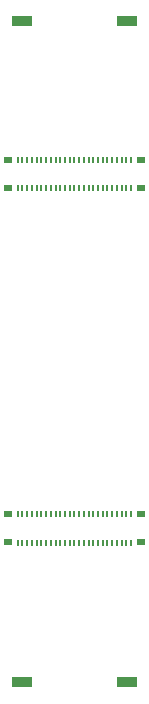
<source format=gbr>
%TF.GenerationSoftware,KiCad,Pcbnew,(6.0.6)*%
%TF.CreationDate,2022-09-06T16:34:49-05:00*%
%TF.ProjectId,etl_module_pcb_mockup_v3p3,65746c5f-6d6f-4647-956c-655f7063625f,rev?*%
%TF.SameCoordinates,Original*%
%TF.FileFunction,Paste,Bot*%
%TF.FilePolarity,Positive*%
%FSLAX46Y46*%
G04 Gerber Fmt 4.6, Leading zero omitted, Abs format (unit mm)*
G04 Created by KiCad (PCBNEW (6.0.6)) date 2022-09-06 16:34:49*
%MOMM*%
%LPD*%
G01*
G04 APERTURE LIST*
%ADD10R,0.220000X0.500000*%
%ADD11R,0.750000X0.550000*%
%ADD12R,1.740000X0.840000*%
G04 APERTURE END LIST*
D10*
%TO.C,J1*%
X17250000Y-12550000D03*
X17250000Y-14950000D03*
X17650000Y-12550000D03*
X17650000Y-14950000D03*
X18050000Y-12550000D03*
X18050000Y-14950000D03*
X18450000Y-12550000D03*
X18450000Y-14950000D03*
X18850000Y-12550000D03*
X18850000Y-14950000D03*
X19250000Y-12550000D03*
X19250000Y-14950000D03*
X19650000Y-12550000D03*
X19650000Y-14950000D03*
X20050000Y-12550000D03*
X20050000Y-14950000D03*
X20450000Y-12550000D03*
X20450000Y-14950000D03*
X20850000Y-12550000D03*
X20850000Y-14950000D03*
X21250000Y-12550000D03*
X21250000Y-14950000D03*
X21650000Y-12550000D03*
X21650000Y-14950000D03*
X22050000Y-12550000D03*
X22050000Y-14950000D03*
X22450000Y-12550000D03*
X22450000Y-14950000D03*
X22850000Y-12550000D03*
X22850000Y-14950000D03*
X23250000Y-12550000D03*
X23250000Y-14950000D03*
X23650000Y-12550000D03*
X23650000Y-14950000D03*
X24050000Y-12550000D03*
X24050000Y-14950000D03*
X24450000Y-12550000D03*
X24450000Y-14950000D03*
X24850000Y-12550000D03*
X24850000Y-14950000D03*
X25250000Y-12550000D03*
X25250000Y-14950000D03*
X25650000Y-12550000D03*
X25650000Y-14950000D03*
X26050000Y-12550000D03*
X26050000Y-14950000D03*
X26450000Y-12550000D03*
X26450000Y-14950000D03*
X26850000Y-12550000D03*
X26850000Y-14950000D03*
D11*
X16425000Y-12575000D03*
X16425000Y-14925000D03*
X27675000Y-12575000D03*
X27675000Y-14925000D03*
%TD*%
D10*
%TO.C,J2*%
X17250000Y-42550000D03*
X17250000Y-44950000D03*
X17650000Y-42550000D03*
X17650000Y-44950000D03*
X18050000Y-42550000D03*
X18050000Y-44950000D03*
X18450000Y-42550000D03*
X18450000Y-44950000D03*
X18850000Y-42550000D03*
X18850000Y-44950000D03*
X19250000Y-42550000D03*
X19250000Y-44950000D03*
X19650000Y-42550000D03*
X19650000Y-44950000D03*
X20050000Y-42550000D03*
X20050000Y-44950000D03*
X20450000Y-42550000D03*
X20450000Y-44950000D03*
X20850000Y-42550000D03*
X20850000Y-44950000D03*
X21250000Y-42550000D03*
X21250000Y-44950000D03*
X21650000Y-42550000D03*
X21650000Y-44950000D03*
X22050000Y-42550000D03*
X22050000Y-44950000D03*
X22450000Y-42550000D03*
X22450000Y-44950000D03*
X22850000Y-42550000D03*
X22850000Y-44950000D03*
X23250000Y-42550000D03*
X23250000Y-44950000D03*
X23650000Y-42550000D03*
X23650000Y-44950000D03*
X24050000Y-42550000D03*
X24050000Y-44950000D03*
X24450000Y-42550000D03*
X24450000Y-44950000D03*
X24850000Y-42550000D03*
X24850000Y-44950000D03*
X25250000Y-42550000D03*
X25250000Y-44950000D03*
X25650000Y-42550000D03*
X25650000Y-44950000D03*
X26050000Y-42550000D03*
X26050000Y-44950000D03*
X26450000Y-42550000D03*
X26450000Y-44950000D03*
X26850000Y-42550000D03*
X26850000Y-44950000D03*
D11*
X16425000Y-42575000D03*
X16425000Y-44925000D03*
X27675000Y-42575000D03*
X27675000Y-44925000D03*
%TD*%
D12*
%TO.C,REF\u002A\u002A*%
X17600000Y-56780000D03*
%TD*%
%TO.C,REF\u002A\u002A*%
X26500000Y-56780000D03*
%TD*%
%TO.C,REF\u002A\u002A*%
X26500000Y-800000D03*
%TD*%
%TO.C,REF\u002A\u002A*%
X17600000Y-800000D03*
%TD*%
M02*

</source>
